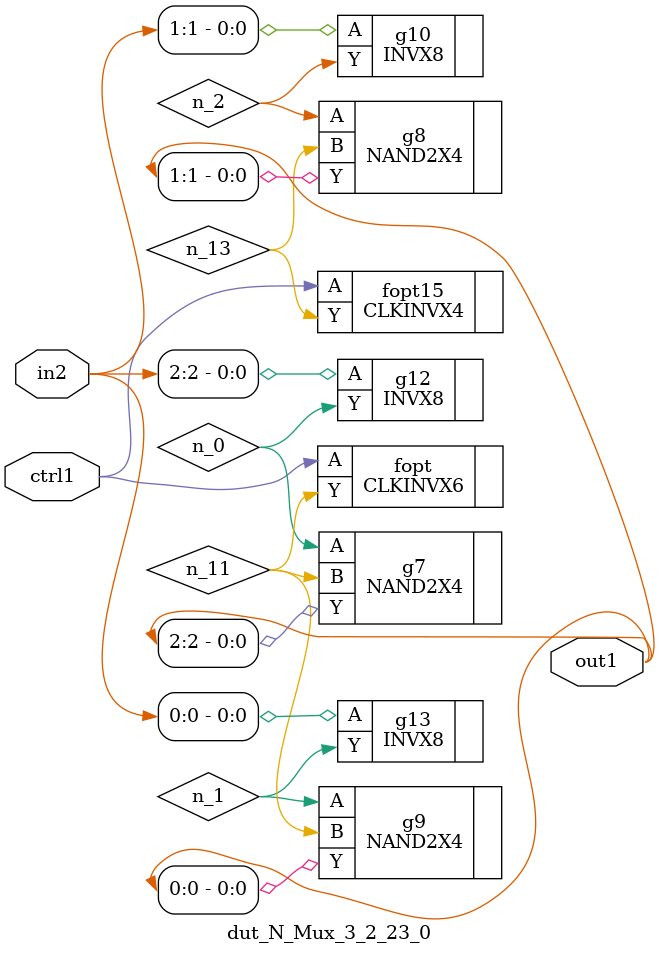
<source format=v>
`timescale 1ps / 1ps


module dut_N_Mux_3_2_23_0(in2, ctrl1, out1);
  input [2:0] in2;
  input ctrl1;
  output [2:0] out1;
  wire [2:0] in2;
  wire ctrl1;
  wire [2:0] out1;
  wire n_0, n_1, n_2, n_11, n_13;
  NAND2X4 g7(.A (n_0), .B (n_11), .Y (out1[2]));
  NAND2X4 g8(.A (n_2), .B (n_13), .Y (out1[1]));
  NAND2X4 g9(.A (n_1), .B (n_11), .Y (out1[0]));
  INVX8 g10(.A (in2[1]), .Y (n_2));
  INVX8 g13(.A (in2[0]), .Y (n_1));
  INVX8 g12(.A (in2[2]), .Y (n_0));
  CLKINVX6 fopt(.A (ctrl1), .Y (n_11));
  CLKINVX4 fopt15(.A (ctrl1), .Y (n_13));
endmodule



</source>
